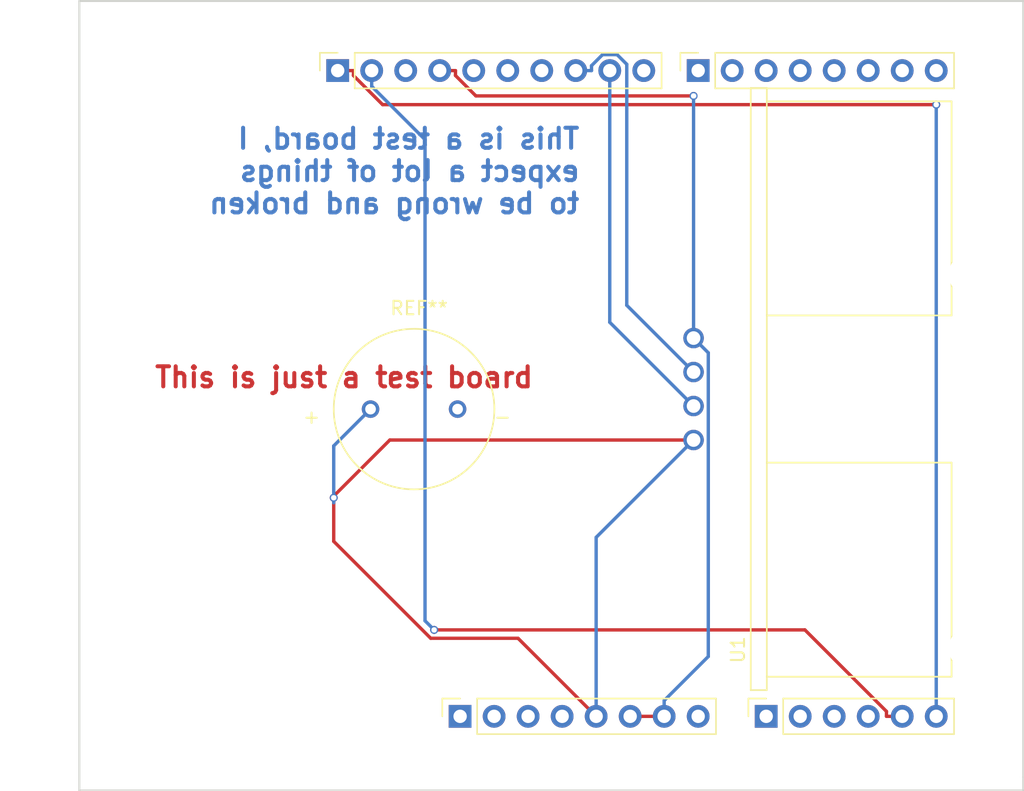
<source format=kicad_pcb>
(kicad_pcb (version 20240108) (generator "pcbnew") (generator_version "8.0")
  (title_block (date "mar. 31 mars 2015"))
  (layers (0 "F.Cu" signal) (31 "B.Cu" signal) (34 "B.Paste" user) (35 "F.Paste" user) (36 "B.SilkS" user "B.Silkscreen") (37 "F.SilkS" user "F.Silkscreen") (38 "B.Mask" user) (39 "F.Mask" user) (44 "Edge.Cuts" user))
  (net 0 "")
  (net 1 "GND")
  (net 3 "+5V")
  (net 4 "/IOREF")
  (net 5 "/A0")
  (net 6 "/A1")
  (net 7 "/A2")
  (net 8 "/A3")
  (net 9 "/SDA{slash}A4")
  (net 10 "/SCL{slash}A5")
  (net 11 "/13")
  (net 12 "/12")
  (net 13 "/AREF")
  (net 14 "/8")
  (net 15 "/7")
  (net 16 "/*11")
  (net 17 "/*10")
  (net 18 "/*9")
  (net 19 "/4")
  (net 20 "/2")
  (net 21 "/*6")
  (net 22 "/*5")
  (net 23 "/TX{slash}1")
  (net 24 "/*3")
  (net 25 "/RX{slash}0")
  (net 26 "+3V3")
  (net 27 "VCC")
  (net 28 "/~{RESET}")
  (footprint "Connector_PinSocket_2.54mm:PinSocket_1x08_P2.54mm_Vertical" (layer "F.Cu") (at 127.94 97.46 90)
    (property "Reference" "J1" (hide yes))
    (property "Value" "Power")
    (fp_line (start 1.33 -1.33) (end 1.33 0) (stroke (width 0.12)) (layer "F.SilkS"))
    (fp_line (start 0 -1.33) (end 1.33 -1.33) (stroke (width 0.12)) (layer "F.SilkS"))
    (fp_line (start 1.33 1.27) (end 1.33 19.11) (stroke (width 0.12)) (layer "F.SilkS"))
    (fp_line (start -1.33 1.27) (end 1.33 1.27) (stroke (width 0.12)) (layer "F.SilkS"))
    (fp_line (start -1.33 1.27) (end -1.33 19.11) (stroke (width 0.12)) (layer "F.SilkS"))
    (fp_line (start -1.33 19.11) (end 1.33 19.11) (stroke (width 0.12)) (layer "F.SilkS"))
    (pad "1" thru_hole rect (at 0 0 90) (size 1.7 1.7) (drill 1) (layers "*.Cu" "*.Mask"))
    (pad "2" thru_hole oval (at 0 2.54 90) (size 1.7 1.7) (drill 1) (layers "*.Cu" "*.Mask") (net 4 "/IOREF"))
    (pad "3" thru_hole oval (at 0 5.08 90) (size 1.7 1.7) (drill 1) (layers "*.Cu" "*.Mask") (net 28 "/~{RESET}"))
    (pad "4" thru_hole oval (at 0 7.62 90) (size 1.7 1.7) (drill 1) (layers "*.Cu" "*.Mask") (net 26 "+3V3"))
    (pad "5" thru_hole oval (at 0 10.16 90) (size 1.7 1.7) (drill 1) (layers "*.Cu" "*.Mask"))
    (pad "6" thru_hole oval (at 0 12.7 90) (size 1.7 1.7) (drill 1) (layers "*.Cu" "*.Mask") (net 1 "GND"))
    (pad "7" thru_hole oval (at 0 15.24 90) (size 1.7 1.7) (drill 1) (layers "*.Cu" "*.Mask") (net 1 "GND"))
    (pad "8" thru_hole oval (at 0 17.78 90) (size 1.7 1.7) (drill 1) (layers "*.Cu" "*.Mask") (net 27 "VCC"))
  )
  (footprint "Connector_PinSocket_2.54mm:PinSocket_1x06_P2.54mm_Vertical" (layer "F.Cu") (at 150.8 97.46 90)
    (property "Reference" "J3" (hide yes))
    (property "Value" "Analog")
    (fp_line (start 1.33 -1.33) (end 1.33 0) (stroke (width 0.12)) (layer "F.SilkS"))
    (fp_line (start 0 -1.33) (end 1.33 -1.33) (stroke (width 0.12)) (layer "F.SilkS"))
    (fp_line (start 1.33 1.27) (end 1.33 14.03) (stroke (width 0.12)) (layer "F.SilkS"))
    (fp_line (start -1.33 1.27) (end 1.33 1.27) (stroke (width 0.12)) (layer "F.SilkS"))
    (fp_line (start -1.33 1.27) (end -1.33 14.03) (stroke (width 0.12)) (layer "F.SilkS"))
    (fp_line (start -1.33 14.03) (end 1.33 14.03) (stroke (width 0.12)) (layer "F.SilkS"))
    (pad "1" thru_hole rect (at 0 0 90) (size 1.7 1.7) (drill 1) (layers "*.Cu" "*.Mask") (net 5 "/A0"))
    (pad "2" thru_hole oval (at 0 2.54 90) (size 1.7 1.7) (drill 1) (layers "*.Cu" "*.Mask") (net 6 "/A1"))
    (pad "3" thru_hole oval (at 0 5.08 90) (size 1.7 1.7) (drill 1) (layers "*.Cu" "*.Mask") (net 7 "/A2"))
    (pad "4" thru_hole oval (at 0 7.62 90) (size 1.7 1.7) (drill 1) (layers "*.Cu" "*.Mask") (net 8 "/A3"))
    (pad "5" thru_hole oval (at 0 10.16 90) (size 1.7 1.7) (drill 1) (layers "*.Cu" "*.Mask") (net 9 "/SDA{slash}A4"))
    (pad "6" thru_hole oval (at 0 12.7 90) (size 1.7 1.7) (drill 1) (layers "*.Cu" "*.Mask") (net 10 "/SCL{slash}A5"))
  )
  (footprint "Connector_PinSocket_2.54mm:PinSocket_1x10_P2.54mm_Vertical" (layer "F.Cu") (at 118.796 49.2 90)
    (property "Reference" "J2" (hide yes))
    (property "Value" "Digital/PWM")
    (fp_line (start 1.33 -1.33) (end 1.33 0) (stroke (width 0.12)) (layer "F.SilkS"))
    (fp_line (start 0 -1.33) (end 1.33 -1.33) (stroke (width 0.12)) (layer "F.SilkS"))
    (fp_line (start 1.33 1.27) (end 1.33 24.19) (stroke (width 0.12)) (layer "F.SilkS"))
    (fp_line (start -1.33 1.27) (end 1.33 1.27) (stroke (width 0.12)) (layer "F.SilkS"))
    (fp_line (start -1.33 1.27) (end -1.33 24.19) (stroke (width 0.12)) (layer "F.SilkS"))
    (fp_line (start -1.33 24.19) (end 1.33 24.19) (stroke (width 0.12)) (layer "F.SilkS"))
    (pad "1" thru_hole rect (at 0 0 90) (size 1.7 1.7) (drill 1) (layers "*.Cu" "*.Mask") (net 10 "/SCL{slash}A5"))
    (pad "2" thru_hole oval (at 0 2.54 90) (size 1.7 1.7) (drill 1) (layers "*.Cu" "*.Mask") (net 9 "/SDA{slash}A4"))
    (pad "3" thru_hole oval (at 0 5.08 90) (size 1.7 1.7) (drill 1) (layers "*.Cu" "*.Mask") (net 13 "/AREF"))
    (pad "4" thru_hole oval (at 0 7.62 90) (size 1.7 1.7) (drill 1) (layers "*.Cu" "*.Mask") (net 1 "GND"))
    (pad "5" thru_hole oval (at 0 10.16 90) (size 1.7 1.7) (drill 1) (layers "*.Cu" "*.Mask") (net 11 "/13"))
    (pad "6" thru_hole oval (at 0 12.7 90) (size 1.7 1.7) (drill 1) (layers "*.Cu" "*.Mask") (net 12 "/12"))
    (pad "7" thru_hole oval (at 0 15.24 90) (size 1.7 1.7) (drill 1) (layers "*.Cu" "*.Mask") (net 16 "/*11"))
    (pad "8" thru_hole oval (at 0 17.78 90) (size 1.7 1.7) (drill 1) (layers "*.Cu" "*.Mask") (net 17 "/*10"))
    (pad "9" thru_hole oval (at 0 20.32 90) (size 1.7 1.7) (drill 1) (layers "*.Cu" "*.Mask") (net 18 "/*9"))
    (pad "10" thru_hole oval (at 0 22.86 90) (size 1.7 1.7) (drill 1) (layers "*.Cu" "*.Mask") (net 14 "/8"))
  )
  (footprint "Connector_PinSocket_2.54mm:PinSocket_1x08_P2.54mm_Vertical" (layer "F.Cu") (at 145.72 49.2 90)
    (property "Reference" "J4" (hide yes))
    (property "Value" "Digital/PWM")
    (fp_line (start 1.33 -1.33) (end 1.33 0) (stroke (width 0.12)) (layer "F.SilkS"))
    (fp_line (start 0 -1.33) (end 1.33 -1.33) (stroke (width 0.12)) (layer "F.SilkS"))
    (fp_line (start 1.33 1.27) (end 1.33 19.11) (stroke (width 0.12)) (layer "F.SilkS"))
    (fp_line (start -1.33 1.27) (end 1.33 1.27) (stroke (width 0.12)) (layer "F.SilkS"))
    (fp_line (start -1.33 1.27) (end -1.33 19.11) (stroke (width 0.12)) (layer "F.SilkS"))
    (fp_line (start -1.33 19.11) (end 1.33 19.11) (stroke (width 0.12)) (layer "F.SilkS"))
    (pad "1" thru_hole rect (at 0 0 90) (size 1.7 1.7) (drill 1) (layers "*.Cu" "*.Mask") (net 15 "/7"))
    (pad "2" thru_hole oval (at 0 2.54 90) (size 1.7 1.7) (drill 1) (layers "*.Cu" "*.Mask") (net 21 "/*6"))
    (pad "3" thru_hole oval (at 0 5.08 90) (size 1.7 1.7) (drill 1) (layers "*.Cu" "*.Mask") (net 22 "/*5"))
    (pad "4" thru_hole oval (at 0 7.62 90) (size 1.7 1.7) (drill 1) (layers "*.Cu" "*.Mask") (net 19 "/4"))
    (pad "5" thru_hole oval (at 0 10.16 90) (size 1.7 1.7) (drill 1) (layers "*.Cu" "*.Mask") (net 24 "/*3"))
    (pad "6" thru_hole oval (at 0 12.7 90) (size 1.7 1.7) (drill 1) (layers "*.Cu" "*.Mask") (net 20 "/2"))
    (pad "7" thru_hole oval (at 0 15.24 90) (size 1.7 1.7) (drill 1) (layers "*.Cu" "*.Mask") (net 23 "/TX{slash}1"))
    (pad "8" thru_hole oval (at 0 17.78 90) (size 1.7 1.7) (drill 1) (layers "*.Cu" "*.Mask") (net 25 "/RX{slash}0"))
  )
  (footprint "Arduino_MountingHole:MountingHole_3.2mm" (layer "F.Cu") (at 115.24 49.2)
    (property "Reference" "MH1" (hide yes))
    (property "Value" "MountingHole_3.2mm" (hide yes))
    (pad "" np_thru_hole circle (at 0 0) (size 3.2 3.2) (drill 3.2) (layers "*.Cu" "*.Mask"))
  )
  (footprint "Speaker_CEM-1203_42:CUI_CEM-1203_42_" (layer "F.Cu") (at 124.5 74.5)
    (property "Reference" "REF**" (at 0.375515 -7.545125 0) (layer "F.SilkS") (effects (font (size 1.001346 1.001346))))
    (property "Value" "CUI_CEM-1203_42_")
    (fp_circle (center 0 0) (end 6 0) (stroke (width 0.127)) (fill none) (layer "F.SilkS"))
    (fp_text user "-" (at 6.60768 0.570897 0) (layer "F.SilkS") (effects (font (size 1.001567 1.001567))))
    (fp_text user "+" (at -7.65527 0.571142 0) (layer "F.SilkS") (effects (font (size 1.002 1.002))))
    (pad "N" thru_hole circle (at 3.25 0) (size 1.308 1.308) (drill 0.8) (layers "*.Cu" "*.Mask"))
    (pad "P" thru_hole circle (at -3.25 0) (size 1.308 1.308) (drill 0.8) (layers "*.Cu" "*.Mask"))
  )
  (footprint "HC-SR04:XCVR_HC-SR04" (layer "F.Cu") (at 145.375 73 90)
    (property "Reference" "U1" (at -19.48505 3.31671 90) (layer "F.SilkS") (effects (font (size 1.00052 1.00052))))
    (property "Value" "HC-SR04")
    (fp_line (start 22.5 4.27) (end 22.5 5.47) (stroke (width 0.127)) (layer "F.SilkS"))
    (fp_line (start -22.5 4.27) (end 22.5 4.27) (stroke (width 0.127)) (layer "F.SilkS"))
    (fp_line (start 22.5 5.47) (end 21.5 5.47) (stroke (width 0.127)) (layer "F.SilkS"))
    (fp_line (start 21.5 5.47) (end 5.5 5.47) (stroke (width 0.127)) (layer "F.SilkS"))
    (fp_line (start 21.5 5.47) (end 21.5 19.27) (stroke (width 0.127)) (layer "F.SilkS"))
    (fp_line (start 5.5 5.47) (end -5.5 5.47) (stroke (width 0.127)) (layer "F.SilkS"))
    (fp_line (start 5.5 5.47) (end 5.5 19.27) (stroke (width 0.127)) (layer "F.SilkS"))
    (fp_line (start -5.5 5.47) (end -21.5 5.47) (stroke (width 0.127)) (layer "F.SilkS"))
    (fp_line (start -5.5 5.47) (end -5.5 19.27) (stroke (width 0.127)) (layer "F.SilkS"))
    (fp_line (start -21.5 5.47) (end -22.5 5.47) (stroke (width 0.127)) (layer "F.SilkS"))
    (fp_line (start -21.5 5.47) (end -21.5 19.27) (stroke (width 0.127)) (layer "F.SilkS"))
    (fp_line (start -22.5 5.47) (end -22.5 4.27) (stroke (width 0.127)) (layer "F.SilkS"))
    (fp_line (start 5.5 19.27) (end 21.5 19.27) (stroke (width 0.127)) (layer "F.SilkS"))
    (fp_line (start -21.5 19.27) (end -5.5 19.27) (stroke (width 0.127)) (layer "F.SilkS"))
    (pad "1" thru_hole circle (at -3.81 0 90) (size 1.53 1.53) (drill 1.02) (layers "*.Cu" "*.Mask") (net 3 "+5V"))
    (pad "2" thru_hole circle (at -1.27 0 90) (size 1.53 1.53) (drill 1.02) (layers "*.Cu" "*.Mask") (net 18 "/*9"))
    (pad "3" thru_hole circle (at 1.27 0 90) (size 1.53 1.53) (drill 1.02) (layers "*.Cu" "*.Mask") (net 17 "/*10"))
    (pad "4" thru_hole circle (at 3.81 0 90) (size 1.53 1.53) (drill 1.02) (layers "*.Cu" "*.Mask") (net 1 "GND"))
  )
  (footprint "Arduino_MountingHole:MountingHole_3.2mm" (layer "F.Cu") (at 113.97 97.46)
    (property "Reference" "MH2" (hide yes))
    (property "Value" "MountingHole_3.2mm" (hide yes))
    (pad "" np_thru_hole circle (at 0 0) (size 3.2 3.2) (drill 3.2) (layers "*.Cu" "*.Mask"))
  )
  (footprint "Arduino_MountingHole:MountingHole_3.2mm" (layer "F.Cu") (at 166.04 64.44)
    (property "Reference" "MH3" (hide yes))
    (property "Value" "MountingHole_3.2mm" (hide yes))
    (pad "" np_thru_hole circle (at 0 0) (size 3.2 3.2) (drill 3.2) (layers "*.Cu" "*.Mask"))
  )
  (footprint "Arduino_MountingHole:MountingHole_3.2mm" (layer "F.Cu") (at 166.04 92.38)
    (property "Reference" "MH4" (hide yes))
    (property "Value" "MountingHole_3.2mm" (hide yes))
    (pad "" np_thru_hole circle (at 0 0) (size 3.2 3.2) (drill 3.2) (layers "*.Cu" "*.Mask"))
  )
  (gr_line (start 99.5 44) (end 108.5 44) (stroke (width 0.15)) (layer "Edge.Cuts"))
  (gr_line (start 170 102) (end 170 44) (stroke (width 0.15)) (layer "Edge.Cuts"))
  (gr_line (start 170 44) (end 108.5 44) (stroke (width 0.15)) (layer "Edge.Cuts"))
  (gr_line (start 99.5 103) (end 99.5 44) (stroke (width 0.15)) (layer "Edge.Cuts"))
  (gr_line (start 108.5 103) (end 170 103) (stroke (width 0.15)) (layer "Edge.Cuts"))
  (gr_line (start 108.5 103) (end 99.5 103) (stroke (width 0.15)) (layer "Edge.Cuts"))
  (gr_line (start 170 103) (end 170 102) (stroke (width 0.15)) (layer "Edge.Cuts"))
  (gr_text "This is just a test board" (at 105 73 0) (layer "F.Cu") (effects (font (size 1.5 1.5) (thickness 0.3) (bold yes)) (justify left bottom)))
  (gr_text "This is a test board, I\nexpect a lot of things\nto be wrong and broken" (at 137 60 0) (layer "B.Cu") (effects (font (size 1.5 1.5) (thickness 0.3) (bold yes)) (justify left bottom mirror)))
  (segment (start 143.18 97.46) (end 140.64 97.46) (width 0.25) (layer "F.Cu") (net 1))
  (segment (start 129.117 51.0923) (end 145.375 51.0923) (width 0.25) (layer "F.Cu") (net 1))
  (segment (start 127.593 49.5677) (end 129.117 51.0923) (width 0.25) (layer "F.Cu") (net 1))
  (segment (start 127.593 49.2) (end 127.593 49.5677) (width 0.25) (layer "F.Cu") (net 1))
  (segment (start 126.416 49.2) (end 127.593 49.2) (width 0.25) (layer "F.Cu") (net 1))
  (via (at 145.375 51.0923) (size 0.6) (drill 0.4) (layers "F.Cu" "B.Cu") (net 1))
  (segment (start 143.18 97.46) (end 143.18 96.2833) (width 0.25) (layer "B.Cu") (net 1))
  (segment (start 143.18 96.2833) (end 146.475 92.9882) (width 0.25) (layer "B.Cu") (net 1))
  (segment (start 145.375 69.19) (end 145.375 51.0923) (width 0.25) (layer "B.Cu") (net 1))
  (segment (start 146.475 92.9882) (end 146.475 70.2901) (width 0.25) (layer "B.Cu") (net 1))
  (segment (start 146.475 70.2901) (end 145.375 69.19) (width 0.25) (layer "B.Cu") (net 1))
  (segment (start 118.5 81.125) (end 118.5 81) (width 0.25) (layer "F.Cu") (net 3))
  (segment (start 132.265 91.625) (end 125.741 91.625) (width 0.25) (layer "F.Cu") (net 3))
  (segment (start 138.1 97.46) (end 132.265 91.625) (width 0.25) (layer "F.Cu") (net 3))
  (segment (start 122.69 76.81) (end 118.5 81) (width 0.25) (layer "F.Cu") (net 3))
  (segment (start 145.375 76.81) (end 122.69 76.81) (width 0.25) (layer "F.Cu") (net 3))
  (segment (start 125.741 91.625) (end 118.5 84.3839) (width 0.25) (layer "F.Cu") (net 3))
  (segment (start 118.5 84.3839) (end 118.5 81.125) (width 0.25) (layer "F.Cu") (net 3))
  (via (at 118.5 81.125) (size 0.6) (drill 0.4) (layers "F.Cu" "B.Cu") (net 3))
  (segment (start 118.5 77.375) (end 118.5 77.25) (width 0.25) (layer "B.Cu") (net 3))
  (segment (start 138.1 97.46) (end 138.1 84.085) (width 0.25) (layer "B.Cu") (net 3))
  (segment (start 118.5 81.125) (end 118.5 81.5) (width 0.25) (layer "B.Cu") (net 3))
  (segment (start 138.1 84.085) (end 145.375 76.81) (width 0.25) (layer "B.Cu") (net 3))
  (segment (start 121.25 74.5) (end 118.5 77.25) (width 0.25) (layer "B.Cu") (net 3))
  (segment (start 118.5 77.375) (end 118.5 81.125) (width 0.25) (layer "B.Cu") (net 3))
  (segment (start 126 91) (end 153.691 91) (width 0.25) (layer "F.Cu") (net 9))
  (segment (start 153.691 91) (end 159.783 97.0923) (width 0.25) (layer "F.Cu") (net 9))
  (segment (start 159.783 97.46) (end 160.96 97.46) (width 0.25) (layer "F.Cu") (net 9))
  (segment (start 159.783 97.0923) (end 159.783 97.46) (width 0.25) (layer "F.Cu") (net 9))
  (via (at 126 91) (size 0.6) (drill 0.4) (layers "F.Cu" "B.Cu") (net 9))
  (segment (start 126 91) (end 125.319 90.3193) (width 0.25) (layer "B.Cu") (net 9))
  (segment (start 125.319 90.3193) (end 125.319 54.36) (width 0.25) (layer "B.Cu") (net 9))
  (segment (start 121.336 50.3767) (end 121.336 49.2) (width 0.25) (layer "B.Cu") (net 9))
  (segment (start 125.319 54.36) (end 121.336 50.3767) (width 0.25) (layer "B.Cu") (net 9))
  (segment (start 119.973 49.5677) (end 122.151 51.7457) (width 0.25) (layer "F.Cu") (net 10))
  (segment (start 118.796 49.2) (end 119.973 49.2) (width 0.25) (layer "F.Cu") (net 10))
  (segment (start 122.151 51.7457) (end 163.5 51.7457) (width 0.25) (layer "F.Cu") (net 10))
  (segment (start 119.973 49.2) (end 119.973 49.5677) (width 0.25) (layer "F.Cu") (net 10))
  (via (at 163.5 51.7457) (size 0.6) (drill 0.4) (layers "F.Cu" "B.Cu") (net 10))
  (segment (start 163.5 97.46) (end 163.5 51.7457) (width 0.25) (layer "B.Cu") (net 10))
  (segment (start 137.753 49.2) (end 137.753 48.8323) (width 0.25) (layer "B.Cu") (net 17))
  (segment (start 136.576 49.2) (end 137.753 49.2) (width 0.25) (layer "B.Cu") (net 17))
  (segment (start 138.578 48.0075) (end 139.663 48.0075) (width 0.25) (layer "B.Cu") (net 17))
  (segment (start 140.386 66.741) (end 145.375 71.73) (width 0.25) (layer "B.Cu") (net 17))
  (segment (start 139.663 48.0075) (end 140.386 48.7301) (width 0.25) (layer "B.Cu") (net 17))
  (segment (start 140.386 48.7301) (end 140.386 66.741) (width 0.25) (layer "B.Cu") (net 17))
  (segment (start 137.753 48.8323) (end 138.578 48.0075) (width 0.25) (layer "B.Cu") (net 17))
  (segment (start 139.116 49.2) (end 139.116 68.011) (width 0.25) (layer "B.Cu") (net 18))
  (segment (start 139.116 68.011) (end 145.375 74.27) (width 0.25) (layer "B.Cu") (net 18))
)
</source>
